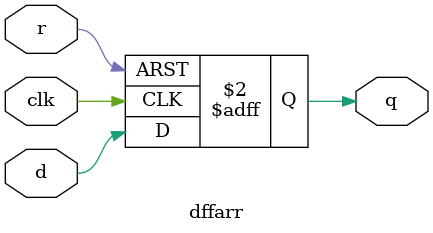
<source format=sv>
module dffarr #(parameter N=1, parameter R=1'b0) (
	input logic [N-1:0] d,
	output logic [N-1:0] q,
	input logic clk, r
);

	always_ff @(posedge clk, posedge r)
		if (r)
			q <= R;
		else
			q <= d;

endmodule

</source>
